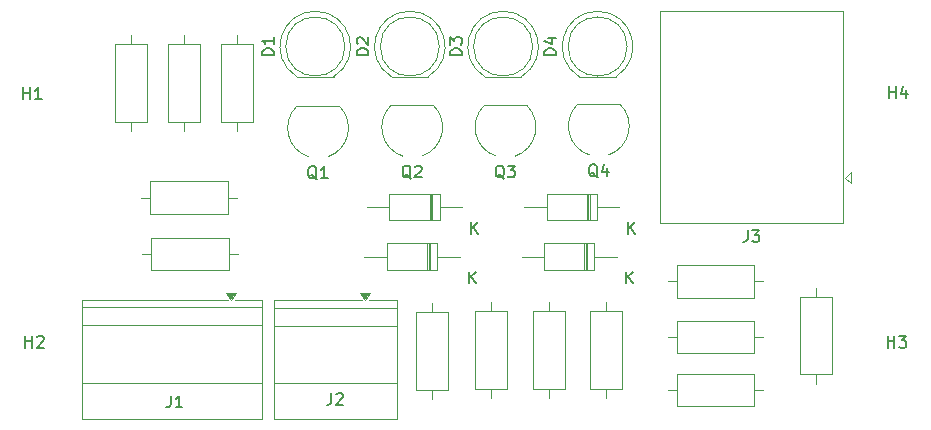
<source format=gbr>
%TF.GenerationSoftware,KiCad,Pcbnew,9.0.2*%
%TF.CreationDate,2025-06-16T13:38:08+02:00*%
%TF.ProjectId,wli,776c692e-6b69-4636-9164-5f7063625858,rev?*%
%TF.SameCoordinates,Original*%
%TF.FileFunction,Legend,Top*%
%TF.FilePolarity,Positive*%
%FSLAX46Y46*%
G04 Gerber Fmt 4.6, Leading zero omitted, Abs format (unit mm)*
G04 Created by KiCad (PCBNEW 9.0.2) date 2025-06-16 13:38:08*
%MOMM*%
%LPD*%
G01*
G04 APERTURE LIST*
%ADD10C,0.150000*%
%ADD11C,0.120000*%
G04 APERTURE END LIST*
D10*
X164384761Y-106590057D02*
X164289523Y-106542438D01*
X164289523Y-106542438D02*
X164194285Y-106447200D01*
X164194285Y-106447200D02*
X164051428Y-106304342D01*
X164051428Y-106304342D02*
X163956190Y-106256723D01*
X163956190Y-106256723D02*
X163860952Y-106256723D01*
X163908571Y-106494819D02*
X163813333Y-106447200D01*
X163813333Y-106447200D02*
X163718095Y-106351961D01*
X163718095Y-106351961D02*
X163670476Y-106161485D01*
X163670476Y-106161485D02*
X163670476Y-105828152D01*
X163670476Y-105828152D02*
X163718095Y-105637676D01*
X163718095Y-105637676D02*
X163813333Y-105542438D01*
X163813333Y-105542438D02*
X163908571Y-105494819D01*
X163908571Y-105494819D02*
X164099047Y-105494819D01*
X164099047Y-105494819D02*
X164194285Y-105542438D01*
X164194285Y-105542438D02*
X164289523Y-105637676D01*
X164289523Y-105637676D02*
X164337142Y-105828152D01*
X164337142Y-105828152D02*
X164337142Y-106161485D01*
X164337142Y-106161485D02*
X164289523Y-106351961D01*
X164289523Y-106351961D02*
X164194285Y-106447200D01*
X164194285Y-106447200D02*
X164099047Y-106494819D01*
X164099047Y-106494819D02*
X163908571Y-106494819D01*
X165194285Y-105828152D02*
X165194285Y-106494819D01*
X164956190Y-105447200D02*
X164718095Y-106161485D01*
X164718095Y-106161485D02*
X165337142Y-106161485D01*
X156484761Y-106690057D02*
X156389523Y-106642438D01*
X156389523Y-106642438D02*
X156294285Y-106547200D01*
X156294285Y-106547200D02*
X156151428Y-106404342D01*
X156151428Y-106404342D02*
X156056190Y-106356723D01*
X156056190Y-106356723D02*
X155960952Y-106356723D01*
X156008571Y-106594819D02*
X155913333Y-106547200D01*
X155913333Y-106547200D02*
X155818095Y-106451961D01*
X155818095Y-106451961D02*
X155770476Y-106261485D01*
X155770476Y-106261485D02*
X155770476Y-105928152D01*
X155770476Y-105928152D02*
X155818095Y-105737676D01*
X155818095Y-105737676D02*
X155913333Y-105642438D01*
X155913333Y-105642438D02*
X156008571Y-105594819D01*
X156008571Y-105594819D02*
X156199047Y-105594819D01*
X156199047Y-105594819D02*
X156294285Y-105642438D01*
X156294285Y-105642438D02*
X156389523Y-105737676D01*
X156389523Y-105737676D02*
X156437142Y-105928152D01*
X156437142Y-105928152D02*
X156437142Y-106261485D01*
X156437142Y-106261485D02*
X156389523Y-106451961D01*
X156389523Y-106451961D02*
X156294285Y-106547200D01*
X156294285Y-106547200D02*
X156199047Y-106594819D01*
X156199047Y-106594819D02*
X156008571Y-106594819D01*
X156770476Y-105594819D02*
X157389523Y-105594819D01*
X157389523Y-105594819D02*
X157056190Y-105975771D01*
X157056190Y-105975771D02*
X157199047Y-105975771D01*
X157199047Y-105975771D02*
X157294285Y-106023390D01*
X157294285Y-106023390D02*
X157341904Y-106071009D01*
X157341904Y-106071009D02*
X157389523Y-106166247D01*
X157389523Y-106166247D02*
X157389523Y-106404342D01*
X157389523Y-106404342D02*
X157341904Y-106499580D01*
X157341904Y-106499580D02*
X157294285Y-106547200D01*
X157294285Y-106547200D02*
X157199047Y-106594819D01*
X157199047Y-106594819D02*
X156913333Y-106594819D01*
X156913333Y-106594819D02*
X156818095Y-106547200D01*
X156818095Y-106547200D02*
X156770476Y-106499580D01*
X148584761Y-106690057D02*
X148489523Y-106642438D01*
X148489523Y-106642438D02*
X148394285Y-106547200D01*
X148394285Y-106547200D02*
X148251428Y-106404342D01*
X148251428Y-106404342D02*
X148156190Y-106356723D01*
X148156190Y-106356723D02*
X148060952Y-106356723D01*
X148108571Y-106594819D02*
X148013333Y-106547200D01*
X148013333Y-106547200D02*
X147918095Y-106451961D01*
X147918095Y-106451961D02*
X147870476Y-106261485D01*
X147870476Y-106261485D02*
X147870476Y-105928152D01*
X147870476Y-105928152D02*
X147918095Y-105737676D01*
X147918095Y-105737676D02*
X148013333Y-105642438D01*
X148013333Y-105642438D02*
X148108571Y-105594819D01*
X148108571Y-105594819D02*
X148299047Y-105594819D01*
X148299047Y-105594819D02*
X148394285Y-105642438D01*
X148394285Y-105642438D02*
X148489523Y-105737676D01*
X148489523Y-105737676D02*
X148537142Y-105928152D01*
X148537142Y-105928152D02*
X148537142Y-106261485D01*
X148537142Y-106261485D02*
X148489523Y-106451961D01*
X148489523Y-106451961D02*
X148394285Y-106547200D01*
X148394285Y-106547200D02*
X148299047Y-106594819D01*
X148299047Y-106594819D02*
X148108571Y-106594819D01*
X148918095Y-105690057D02*
X148965714Y-105642438D01*
X148965714Y-105642438D02*
X149060952Y-105594819D01*
X149060952Y-105594819D02*
X149299047Y-105594819D01*
X149299047Y-105594819D02*
X149394285Y-105642438D01*
X149394285Y-105642438D02*
X149441904Y-105690057D01*
X149441904Y-105690057D02*
X149489523Y-105785295D01*
X149489523Y-105785295D02*
X149489523Y-105880533D01*
X149489523Y-105880533D02*
X149441904Y-106023390D01*
X149441904Y-106023390D02*
X148870476Y-106594819D01*
X148870476Y-106594819D02*
X149489523Y-106594819D01*
X140614761Y-106750057D02*
X140519523Y-106702438D01*
X140519523Y-106702438D02*
X140424285Y-106607200D01*
X140424285Y-106607200D02*
X140281428Y-106464342D01*
X140281428Y-106464342D02*
X140186190Y-106416723D01*
X140186190Y-106416723D02*
X140090952Y-106416723D01*
X140138571Y-106654819D02*
X140043333Y-106607200D01*
X140043333Y-106607200D02*
X139948095Y-106511961D01*
X139948095Y-106511961D02*
X139900476Y-106321485D01*
X139900476Y-106321485D02*
X139900476Y-105988152D01*
X139900476Y-105988152D02*
X139948095Y-105797676D01*
X139948095Y-105797676D02*
X140043333Y-105702438D01*
X140043333Y-105702438D02*
X140138571Y-105654819D01*
X140138571Y-105654819D02*
X140329047Y-105654819D01*
X140329047Y-105654819D02*
X140424285Y-105702438D01*
X140424285Y-105702438D02*
X140519523Y-105797676D01*
X140519523Y-105797676D02*
X140567142Y-105988152D01*
X140567142Y-105988152D02*
X140567142Y-106321485D01*
X140567142Y-106321485D02*
X140519523Y-106511961D01*
X140519523Y-106511961D02*
X140424285Y-106607200D01*
X140424285Y-106607200D02*
X140329047Y-106654819D01*
X140329047Y-106654819D02*
X140138571Y-106654819D01*
X141519523Y-106654819D02*
X140948095Y-106654819D01*
X141233809Y-106654819D02*
X141233809Y-105654819D01*
X141233809Y-105654819D02*
X141138571Y-105797676D01*
X141138571Y-105797676D02*
X141043333Y-105892914D01*
X141043333Y-105892914D02*
X140948095Y-105940533D01*
X115738095Y-99954819D02*
X115738095Y-98954819D01*
X115738095Y-99431009D02*
X116309523Y-99431009D01*
X116309523Y-99954819D02*
X116309523Y-98954819D01*
X117309523Y-99954819D02*
X116738095Y-99954819D01*
X117023809Y-99954819D02*
X117023809Y-98954819D01*
X117023809Y-98954819D02*
X116928571Y-99097676D01*
X116928571Y-99097676D02*
X116833333Y-99192914D01*
X116833333Y-99192914D02*
X116738095Y-99240533D01*
X153698095Y-111354819D02*
X153698095Y-110354819D01*
X154269523Y-111354819D02*
X153840952Y-110783390D01*
X154269523Y-110354819D02*
X153698095Y-110926247D01*
X189038095Y-99854819D02*
X189038095Y-98854819D01*
X189038095Y-99331009D02*
X189609523Y-99331009D01*
X189609523Y-99854819D02*
X189609523Y-98854819D01*
X190514285Y-99188152D02*
X190514285Y-99854819D01*
X190276190Y-98807200D02*
X190038095Y-99521485D01*
X190038095Y-99521485D02*
X190657142Y-99521485D01*
X188938095Y-121004819D02*
X188938095Y-120004819D01*
X188938095Y-120481009D02*
X189509523Y-120481009D01*
X189509523Y-121004819D02*
X189509523Y-120004819D01*
X189890476Y-120004819D02*
X190509523Y-120004819D01*
X190509523Y-120004819D02*
X190176190Y-120385771D01*
X190176190Y-120385771D02*
X190319047Y-120385771D01*
X190319047Y-120385771D02*
X190414285Y-120433390D01*
X190414285Y-120433390D02*
X190461904Y-120481009D01*
X190461904Y-120481009D02*
X190509523Y-120576247D01*
X190509523Y-120576247D02*
X190509523Y-120814342D01*
X190509523Y-120814342D02*
X190461904Y-120909580D01*
X190461904Y-120909580D02*
X190414285Y-120957200D01*
X190414285Y-120957200D02*
X190319047Y-121004819D01*
X190319047Y-121004819D02*
X190033333Y-121004819D01*
X190033333Y-121004819D02*
X189938095Y-120957200D01*
X189938095Y-120957200D02*
X189890476Y-120909580D01*
X136974819Y-96243094D02*
X135974819Y-96243094D01*
X135974819Y-96243094D02*
X135974819Y-96004999D01*
X135974819Y-96004999D02*
X136022438Y-95862142D01*
X136022438Y-95862142D02*
X136117676Y-95766904D01*
X136117676Y-95766904D02*
X136212914Y-95719285D01*
X136212914Y-95719285D02*
X136403390Y-95671666D01*
X136403390Y-95671666D02*
X136546247Y-95671666D01*
X136546247Y-95671666D02*
X136736723Y-95719285D01*
X136736723Y-95719285D02*
X136831961Y-95766904D01*
X136831961Y-95766904D02*
X136927200Y-95862142D01*
X136927200Y-95862142D02*
X136974819Y-96004999D01*
X136974819Y-96004999D02*
X136974819Y-96243094D01*
X136974819Y-94719285D02*
X136974819Y-95290713D01*
X136974819Y-95004999D02*
X135974819Y-95004999D01*
X135974819Y-95004999D02*
X136117676Y-95100237D01*
X136117676Y-95100237D02*
X136212914Y-95195475D01*
X136212914Y-95195475D02*
X136260533Y-95290713D01*
X152874819Y-96243094D02*
X151874819Y-96243094D01*
X151874819Y-96243094D02*
X151874819Y-96004999D01*
X151874819Y-96004999D02*
X151922438Y-95862142D01*
X151922438Y-95862142D02*
X152017676Y-95766904D01*
X152017676Y-95766904D02*
X152112914Y-95719285D01*
X152112914Y-95719285D02*
X152303390Y-95671666D01*
X152303390Y-95671666D02*
X152446247Y-95671666D01*
X152446247Y-95671666D02*
X152636723Y-95719285D01*
X152636723Y-95719285D02*
X152731961Y-95766904D01*
X152731961Y-95766904D02*
X152827200Y-95862142D01*
X152827200Y-95862142D02*
X152874819Y-96004999D01*
X152874819Y-96004999D02*
X152874819Y-96243094D01*
X151874819Y-95338332D02*
X151874819Y-94719285D01*
X151874819Y-94719285D02*
X152255771Y-95052618D01*
X152255771Y-95052618D02*
X152255771Y-94909761D01*
X152255771Y-94909761D02*
X152303390Y-94814523D01*
X152303390Y-94814523D02*
X152351009Y-94766904D01*
X152351009Y-94766904D02*
X152446247Y-94719285D01*
X152446247Y-94719285D02*
X152684342Y-94719285D01*
X152684342Y-94719285D02*
X152779580Y-94766904D01*
X152779580Y-94766904D02*
X152827200Y-94814523D01*
X152827200Y-94814523D02*
X152874819Y-94909761D01*
X152874819Y-94909761D02*
X152874819Y-95195475D01*
X152874819Y-95195475D02*
X152827200Y-95290713D01*
X152827200Y-95290713D02*
X152779580Y-95338332D01*
X141826666Y-124854819D02*
X141826666Y-125569104D01*
X141826666Y-125569104D02*
X141779047Y-125711961D01*
X141779047Y-125711961D02*
X141683809Y-125807200D01*
X141683809Y-125807200D02*
X141540952Y-125854819D01*
X141540952Y-125854819D02*
X141445714Y-125854819D01*
X142255238Y-124950057D02*
X142302857Y-124902438D01*
X142302857Y-124902438D02*
X142398095Y-124854819D01*
X142398095Y-124854819D02*
X142636190Y-124854819D01*
X142636190Y-124854819D02*
X142731428Y-124902438D01*
X142731428Y-124902438D02*
X142779047Y-124950057D01*
X142779047Y-124950057D02*
X142826666Y-125045295D01*
X142826666Y-125045295D02*
X142826666Y-125140533D01*
X142826666Y-125140533D02*
X142779047Y-125283390D01*
X142779047Y-125283390D02*
X142207619Y-125854819D01*
X142207619Y-125854819D02*
X142826666Y-125854819D01*
X177084166Y-111054819D02*
X177084166Y-111769104D01*
X177084166Y-111769104D02*
X177036547Y-111911961D01*
X177036547Y-111911961D02*
X176941309Y-112007200D01*
X176941309Y-112007200D02*
X176798452Y-112054819D01*
X176798452Y-112054819D02*
X176703214Y-112054819D01*
X177465119Y-111054819D02*
X178084166Y-111054819D01*
X178084166Y-111054819D02*
X177750833Y-111435771D01*
X177750833Y-111435771D02*
X177893690Y-111435771D01*
X177893690Y-111435771D02*
X177988928Y-111483390D01*
X177988928Y-111483390D02*
X178036547Y-111531009D01*
X178036547Y-111531009D02*
X178084166Y-111626247D01*
X178084166Y-111626247D02*
X178084166Y-111864342D01*
X178084166Y-111864342D02*
X178036547Y-111959580D01*
X178036547Y-111959580D02*
X177988928Y-112007200D01*
X177988928Y-112007200D02*
X177893690Y-112054819D01*
X177893690Y-112054819D02*
X177607976Y-112054819D01*
X177607976Y-112054819D02*
X177512738Y-112007200D01*
X177512738Y-112007200D02*
X177465119Y-111959580D01*
X166998095Y-111354819D02*
X166998095Y-110354819D01*
X167569523Y-111354819D02*
X167140952Y-110783390D01*
X167569523Y-110354819D02*
X166998095Y-110926247D01*
X128226666Y-125054819D02*
X128226666Y-125769104D01*
X128226666Y-125769104D02*
X128179047Y-125911961D01*
X128179047Y-125911961D02*
X128083809Y-126007200D01*
X128083809Y-126007200D02*
X127940952Y-126054819D01*
X127940952Y-126054819D02*
X127845714Y-126054819D01*
X129226666Y-126054819D02*
X128655238Y-126054819D01*
X128940952Y-126054819D02*
X128940952Y-125054819D01*
X128940952Y-125054819D02*
X128845714Y-125197676D01*
X128845714Y-125197676D02*
X128750476Y-125292914D01*
X128750476Y-125292914D02*
X128655238Y-125340533D01*
X166798095Y-115554819D02*
X166798095Y-114554819D01*
X167369523Y-115554819D02*
X166940952Y-114983390D01*
X167369523Y-114554819D02*
X166798095Y-115126247D01*
X160874819Y-96243094D02*
X159874819Y-96243094D01*
X159874819Y-96243094D02*
X159874819Y-96004999D01*
X159874819Y-96004999D02*
X159922438Y-95862142D01*
X159922438Y-95862142D02*
X160017676Y-95766904D01*
X160017676Y-95766904D02*
X160112914Y-95719285D01*
X160112914Y-95719285D02*
X160303390Y-95671666D01*
X160303390Y-95671666D02*
X160446247Y-95671666D01*
X160446247Y-95671666D02*
X160636723Y-95719285D01*
X160636723Y-95719285D02*
X160731961Y-95766904D01*
X160731961Y-95766904D02*
X160827200Y-95862142D01*
X160827200Y-95862142D02*
X160874819Y-96004999D01*
X160874819Y-96004999D02*
X160874819Y-96243094D01*
X160208152Y-94814523D02*
X160874819Y-94814523D01*
X159827200Y-95052618D02*
X160541485Y-95290713D01*
X160541485Y-95290713D02*
X160541485Y-94671666D01*
X153498095Y-115554819D02*
X153498095Y-114554819D01*
X154069523Y-115554819D02*
X153640952Y-114983390D01*
X154069523Y-114554819D02*
X153498095Y-115126247D01*
X115938095Y-121004819D02*
X115938095Y-120004819D01*
X115938095Y-120481009D02*
X116509523Y-120481009D01*
X116509523Y-121004819D02*
X116509523Y-120004819D01*
X116938095Y-120100057D02*
X116985714Y-120052438D01*
X116985714Y-120052438D02*
X117080952Y-120004819D01*
X117080952Y-120004819D02*
X117319047Y-120004819D01*
X117319047Y-120004819D02*
X117414285Y-120052438D01*
X117414285Y-120052438D02*
X117461904Y-120100057D01*
X117461904Y-120100057D02*
X117509523Y-120195295D01*
X117509523Y-120195295D02*
X117509523Y-120290533D01*
X117509523Y-120290533D02*
X117461904Y-120433390D01*
X117461904Y-120433390D02*
X116890476Y-121004819D01*
X116890476Y-121004819D02*
X117509523Y-121004819D01*
X144974819Y-96243094D02*
X143974819Y-96243094D01*
X143974819Y-96243094D02*
X143974819Y-96004999D01*
X143974819Y-96004999D02*
X144022438Y-95862142D01*
X144022438Y-95862142D02*
X144117676Y-95766904D01*
X144117676Y-95766904D02*
X144212914Y-95719285D01*
X144212914Y-95719285D02*
X144403390Y-95671666D01*
X144403390Y-95671666D02*
X144546247Y-95671666D01*
X144546247Y-95671666D02*
X144736723Y-95719285D01*
X144736723Y-95719285D02*
X144831961Y-95766904D01*
X144831961Y-95766904D02*
X144927200Y-95862142D01*
X144927200Y-95862142D02*
X144974819Y-96004999D01*
X144974819Y-96004999D02*
X144974819Y-96243094D01*
X144070057Y-95290713D02*
X144022438Y-95243094D01*
X144022438Y-95243094D02*
X143974819Y-95147856D01*
X143974819Y-95147856D02*
X143974819Y-94909761D01*
X143974819Y-94909761D02*
X144022438Y-94814523D01*
X144022438Y-94814523D02*
X144070057Y-94766904D01*
X144070057Y-94766904D02*
X144165295Y-94719285D01*
X144165295Y-94719285D02*
X144260533Y-94719285D01*
X144260533Y-94719285D02*
X144403390Y-94766904D01*
X144403390Y-94766904D02*
X144974819Y-95338332D01*
X144974819Y-95338332D02*
X144974819Y-94719285D01*
D11*
%TO.C,Q4*%
X166280000Y-100390000D02*
X162680000Y-100390000D01*
X166291453Y-100397844D02*
G75*
G02*
X165300000Y-104690000I-1811453J-1842156D01*
G01*
X163700000Y-104690000D02*
G75*
G02*
X162671555Y-100412316I780000J2450000D01*
G01*
%TO.C,Q3*%
X158380000Y-100490000D02*
X154780000Y-100490000D01*
X158391453Y-100497844D02*
G75*
G02*
X157400000Y-104790000I-1811453J-1842156D01*
G01*
X155800000Y-104790000D02*
G75*
G02*
X154771555Y-100512316I780000J2450000D01*
G01*
%TO.C,Q2*%
X150480000Y-100490000D02*
X146880000Y-100490000D01*
X150491453Y-100497844D02*
G75*
G02*
X149500000Y-104790000I-1811453J-1842156D01*
G01*
X147900000Y-104790000D02*
G75*
G02*
X146871555Y-100512316I780000J2450000D01*
G01*
%TO.C,Q1*%
X142510000Y-100550000D02*
X138910000Y-100550000D01*
X142521453Y-100557844D02*
G75*
G02*
X141530000Y-104850000I-1811453J-1842156D01*
G01*
X139930000Y-104850000D02*
G75*
G02*
X138901555Y-100572316I780000J2450000D01*
G01*
%TO.C,R12*%
X165080000Y-117160000D02*
X165080000Y-117930000D01*
X165080000Y-125240000D02*
X165080000Y-124470000D01*
X166450000Y-117930000D02*
X163710000Y-117930000D01*
X163710000Y-124470000D01*
X166450000Y-124470000D01*
X166450000Y-117930000D01*
%TO.C,D7*%
X144840000Y-109100000D02*
X146760000Y-109100000D01*
X150160000Y-110220000D02*
X150160000Y-107980000D01*
X150280000Y-110220000D02*
X150280000Y-107980000D01*
X150400000Y-110220000D02*
X150400000Y-107980000D01*
X152920000Y-109100000D02*
X151000000Y-109100000D01*
X151000000Y-110220000D02*
X146760000Y-110220000D01*
X146760000Y-107980000D01*
X151000000Y-107980000D01*
X151000000Y-110220000D01*
%TO.C,R10*%
X170340000Y-120100000D02*
X171110000Y-120100000D01*
X178420000Y-120100000D02*
X177650000Y-120100000D01*
X171110000Y-118730000D02*
X177650000Y-118730000D01*
X177650000Y-121470000D01*
X171110000Y-121470000D01*
X171110000Y-118730000D01*
%TO.C,R8*%
X129360000Y-94560000D02*
X129360000Y-95330000D01*
X129360000Y-102640000D02*
X129360000Y-101870000D01*
X127990000Y-101870000D02*
X130730000Y-101870000D01*
X130730000Y-95330000D01*
X127990000Y-95330000D01*
X127990000Y-101870000D01*
%TO.C,R9*%
X155380000Y-117160000D02*
X155380000Y-117930000D01*
X155380000Y-125240000D02*
X155380000Y-124470000D01*
X156750000Y-117930000D02*
X154010000Y-117930000D01*
X154010000Y-124470000D01*
X156750000Y-124470000D01*
X156750000Y-117930000D01*
%TO.C,D1*%
X138935000Y-98065000D02*
X142025000Y-98065000D01*
X138935170Y-98065000D02*
G75*
G02*
X140480000Y-92515000I1544830J2560000D01*
G01*
X140480000Y-92515000D02*
G75*
G02*
X142024830Y-98065000I0J-2990000D01*
G01*
X142980000Y-95505000D02*
G75*
G02*
X137980000Y-95505000I-2500000J0D01*
G01*
X137980000Y-95505000D02*
G75*
G02*
X142980000Y-95505000I2500000J0D01*
G01*
%TO.C,D3*%
X154835000Y-98065000D02*
X157925000Y-98065000D01*
X154835170Y-98065000D02*
G75*
G02*
X156380000Y-92515000I1544830J2560000D01*
G01*
X156380000Y-92515000D02*
G75*
G02*
X157924830Y-98065000I0J-2990000D01*
G01*
X158880000Y-95505000D02*
G75*
G02*
X153880000Y-95505000I-2500000J0D01*
G01*
X153880000Y-95505000D02*
G75*
G02*
X158880000Y-95505000I2500000J0D01*
G01*
%TO.C,R2*%
X150380000Y-117240000D02*
X150380000Y-118010000D01*
X150380000Y-125320000D02*
X150380000Y-124550000D01*
X151750000Y-118010000D02*
X149010000Y-118010000D01*
X149010000Y-124550000D01*
X151750000Y-124550000D01*
X151750000Y-118010000D01*
%TO.C,R6*%
X160280000Y-117160000D02*
X160280000Y-117930000D01*
X160280000Y-125240000D02*
X160280000Y-124470000D01*
X161650000Y-117930000D02*
X158910000Y-117930000D01*
X158910000Y-124470000D01*
X161650000Y-124470000D01*
X161650000Y-117930000D01*
%TO.C,R7*%
X170340000Y-124600000D02*
X171110000Y-124600000D01*
X178420000Y-124600000D02*
X177650000Y-124600000D01*
X171110000Y-123230000D02*
X177650000Y-123230000D01*
X177650000Y-125970000D01*
X171110000Y-125970000D01*
X171110000Y-123230000D01*
%TO.C,R11*%
X133860000Y-94560000D02*
X133860000Y-95330000D01*
X133860000Y-102640000D02*
X133860000Y-101870000D01*
X132490000Y-101870000D02*
X135230000Y-101870000D01*
X135230000Y-95330000D01*
X132490000Y-95330000D01*
X132490000Y-101870000D01*
%TO.C,J2*%
X136965000Y-127047500D02*
X136965000Y-117007500D01*
X144405000Y-117007500D02*
X136965000Y-117007500D01*
X147365000Y-117007500D02*
X145005000Y-117007500D01*
X147365000Y-117627500D02*
X136965000Y-117627500D01*
X147365000Y-119127500D02*
X136965000Y-119127500D01*
X147365000Y-124027500D02*
X136965000Y-124027500D01*
X147365000Y-127047500D02*
X136965000Y-127047500D01*
X147365000Y-127047500D02*
X147365000Y-117007500D01*
X144705000Y-117007500D02*
X144265000Y-116397500D01*
X145145000Y-116397500D01*
X144705000Y-117007500D01*
G36*
X144705000Y-117007500D02*
G01*
X144265000Y-116397500D01*
X145145000Y-116397500D01*
X144705000Y-117007500D01*
G37*
%TO.C,J3*%
X169657500Y-110480000D02*
X169657500Y-92520000D01*
X169657500Y-110480000D02*
X185177500Y-110480000D01*
X185177500Y-92520000D02*
X169657500Y-92520000D01*
X185177500Y-110480000D02*
X185177500Y-92520000D01*
X185362500Y-106600000D02*
X185862500Y-107100000D01*
X185862500Y-106100000D02*
X185362500Y-106600000D01*
X185862500Y-107100000D02*
X185862500Y-106100000D01*
%TO.C,R1*%
X182880000Y-115960000D02*
X182880000Y-116730000D01*
X182880000Y-124040000D02*
X182880000Y-123270000D01*
X181510000Y-123270000D02*
X184250000Y-123270000D01*
X184250000Y-116730000D01*
X181510000Y-116730000D01*
X181510000Y-123270000D01*
%TO.C,D9*%
X158140000Y-109100000D02*
X160060000Y-109100000D01*
X163460000Y-110220000D02*
X163460000Y-107980000D01*
X163580000Y-110220000D02*
X163580000Y-107980000D01*
X163700000Y-110220000D02*
X163700000Y-107980000D01*
X166220000Y-109100000D02*
X164300000Y-109100000D01*
X164300000Y-110220000D02*
X160060000Y-110220000D01*
X160060000Y-107980000D01*
X164300000Y-107980000D01*
X164300000Y-110220000D01*
%TO.C,J1*%
X120740000Y-127020000D02*
X120740000Y-116980000D01*
X133060000Y-116980000D02*
X120740000Y-116980000D01*
X135980000Y-116980000D02*
X133660000Y-116980000D01*
X135980000Y-117600000D02*
X120740000Y-117600000D01*
X135980000Y-119100000D02*
X120740000Y-119100000D01*
X135980000Y-124000000D02*
X120740000Y-124000000D01*
X135980000Y-127020000D02*
X120740000Y-127020000D01*
X135980000Y-127020000D02*
X135980000Y-116980000D01*
X133360000Y-116980000D02*
X132920000Y-116370000D01*
X133800000Y-116370000D01*
X133360000Y-116980000D01*
G36*
X133360000Y-116980000D02*
G01*
X132920000Y-116370000D01*
X133800000Y-116370000D01*
X133360000Y-116980000D01*
G37*
%TO.C,D10*%
X157940000Y-113300000D02*
X159860000Y-113300000D01*
X163260000Y-114420000D02*
X163260000Y-112180000D01*
X163380000Y-114420000D02*
X163380000Y-112180000D01*
X163500000Y-114420000D02*
X163500000Y-112180000D01*
X166020000Y-113300000D02*
X164100000Y-113300000D01*
X164100000Y-114420000D02*
X159860000Y-114420000D01*
X159860000Y-112180000D01*
X164100000Y-112180000D01*
X164100000Y-114420000D01*
%TO.C,R5*%
X124880000Y-94560000D02*
X124880000Y-95330000D01*
X124880000Y-102640000D02*
X124880000Y-101870000D01*
X123510000Y-101870000D02*
X126250000Y-101870000D01*
X126250000Y-95330000D01*
X123510000Y-95330000D01*
X123510000Y-101870000D01*
%TO.C,D4*%
X162835000Y-98065000D02*
X165925000Y-98065000D01*
X162835170Y-98065000D02*
G75*
G02*
X164380000Y-92515000I1544830J2560000D01*
G01*
X164380000Y-92515000D02*
G75*
G02*
X165924830Y-98065000I0J-2990000D01*
G01*
X166880000Y-95505000D02*
G75*
G02*
X161880000Y-95505000I-2500000J0D01*
G01*
X161880000Y-95505000D02*
G75*
G02*
X166880000Y-95505000I2500000J0D01*
G01*
%TO.C,D8*%
X144640000Y-113300000D02*
X146560000Y-113300000D01*
X149960000Y-114420000D02*
X149960000Y-112180000D01*
X150080000Y-114420000D02*
X150080000Y-112180000D01*
X150200000Y-114420000D02*
X150200000Y-112180000D01*
X152720000Y-113300000D02*
X150800000Y-113300000D01*
X150800000Y-114420000D02*
X146560000Y-114420000D01*
X146560000Y-112180000D01*
X150800000Y-112180000D01*
X150800000Y-114420000D01*
%TO.C,R4*%
X125840000Y-113100000D02*
X126610000Y-113100000D01*
X133920000Y-113100000D02*
X133150000Y-113100000D01*
X126610000Y-111730000D02*
X133150000Y-111730000D01*
X133150000Y-114470000D01*
X126610000Y-114470000D01*
X126610000Y-111730000D01*
%TO.C,R13*%
X170340000Y-115400000D02*
X171110000Y-115400000D01*
X178420000Y-115400000D02*
X177650000Y-115400000D01*
X171110000Y-114030000D02*
X177650000Y-114030000D01*
X177650000Y-116770000D01*
X171110000Y-116770000D01*
X171110000Y-114030000D01*
%TO.C,R3*%
X125740000Y-108300000D02*
X126510000Y-108300000D01*
X133820000Y-108300000D02*
X133050000Y-108300000D01*
X126510000Y-106930000D02*
X133050000Y-106930000D01*
X133050000Y-109670000D01*
X126510000Y-109670000D01*
X126510000Y-106930000D01*
%TO.C,D2*%
X146935000Y-98065000D02*
X150025000Y-98065000D01*
X146935170Y-98065000D02*
G75*
G02*
X148480000Y-92515000I1544830J2560000D01*
G01*
X148480000Y-92515000D02*
G75*
G02*
X150024830Y-98065000I0J-2990000D01*
G01*
X150980000Y-95505000D02*
G75*
G02*
X145980000Y-95505000I-2500000J0D01*
G01*
X145980000Y-95505000D02*
G75*
G02*
X150980000Y-95505000I2500000J0D01*
G01*
%TD*%
M02*

</source>
